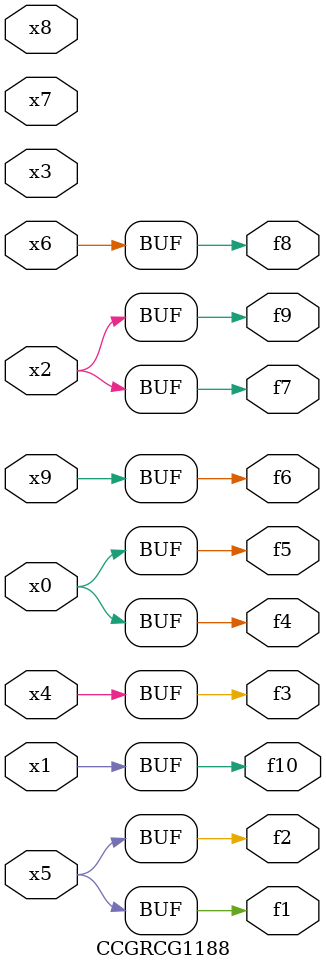
<source format=v>
module CCGRCG1188(
	input x0, x1, x2, x3, x4, x5, x6, x7, x8, x9,
	output f1, f2, f3, f4, f5, f6, f7, f8, f9, f10
);
	assign f1 = x5;
	assign f2 = x5;
	assign f3 = x4;
	assign f4 = x0;
	assign f5 = x0;
	assign f6 = x9;
	assign f7 = x2;
	assign f8 = x6;
	assign f9 = x2;
	assign f10 = x1;
endmodule

</source>
